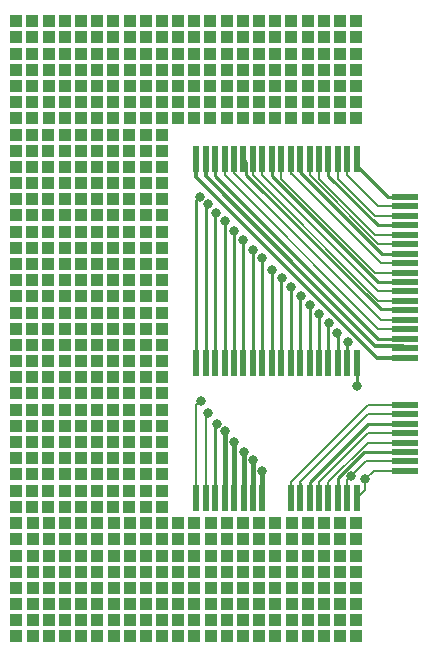
<source format=gtl>
%TF.GenerationSoftware,KiCad,Pcbnew,8.0.4*%
%TF.CreationDate,2025-01-31T00:42:38+01:00*%
%TF.ProjectId,uconsole-expansion-card-template,75636f6e-736f-46c6-952d-657870616e73,0.1*%
%TF.SameCoordinates,Original*%
%TF.FileFunction,Copper,L1,Top*%
%TF.FilePolarity,Positive*%
%FSLAX46Y46*%
G04 Gerber Fmt 4.6, Leading zero omitted, Abs format (unit mm)*
G04 Created by KiCad (PCBNEW 8.0.4) date 2025-01-31 00:42:38*
%MOMM*%
%LPD*%
G01*
G04 APERTURE LIST*
%TA.AperFunction,ComponentPad*%
%ADD10R,1.000000X1.000000*%
%TD*%
%TA.AperFunction,ConnectorPad*%
%ADD11R,0.600000X2.300000*%
%TD*%
%TA.AperFunction,ConnectorPad*%
%ADD12R,2.300000X0.600000*%
%TD*%
%TA.AperFunction,ViaPad*%
%ADD13C,0.800000*%
%TD*%
%TA.AperFunction,Conductor*%
%ADD14C,0.200000*%
%TD*%
%TA.AperFunction,Conductor*%
%ADD15C,0.420000*%
%TD*%
%TA.AperFunction,Conductor*%
%ADD16C,0.250000*%
%TD*%
%TA.AperFunction,Conductor*%
%ADD17C,0.300000*%
%TD*%
G04 APERTURE END LIST*
D10*
%TO.P,,1*%
%TO.N,N/C*%
X100070000Y-125790000D03*
%TD*%
%TO.P,,1*%
%TO.N,N/C*%
X102810000Y-125790000D03*
%TD*%
%TO.P,,1*%
%TO.N,N/C*%
X98700000Y-125790000D03*
%TD*%
%TO.P,,1*%
%TO.N,N/C*%
X108290000Y-125790000D03*
%TD*%
%TO.P,,1*%
%TO.N,N/C*%
X106920000Y-125790000D03*
%TD*%
%TO.P,,1*%
%TO.N,N/C*%
X105550000Y-125790000D03*
%TD*%
%TO.P,,1*%
%TO.N,N/C*%
X104180000Y-125790000D03*
%TD*%
%TO.P,,1*%
%TO.N,N/C*%
X101440000Y-125790000D03*
%TD*%
%TO.P,,1*%
%TO.N,N/C*%
X112400000Y-124420000D03*
%TD*%
%TO.P,,1*%
%TO.N,N/C*%
X97330000Y-125790000D03*
%TD*%
%TO.P,,1*%
%TO.N,N/C*%
X95960000Y-125790000D03*
%TD*%
%TO.P,,1*%
%TO.N,N/C*%
X90480000Y-125790000D03*
%TD*%
%TO.P,,1*%
%TO.N,N/C*%
X86370000Y-125790000D03*
%TD*%
%TO.P,,1*%
%TO.N,N/C*%
X106920000Y-124420000D03*
%TD*%
%TO.P,,1*%
%TO.N,N/C*%
X111030000Y-124420000D03*
%TD*%
%TO.P,,1*%
%TO.N,N/C*%
X89110000Y-125790000D03*
%TD*%
%TO.P,,1*%
%TO.N,N/C*%
X87740000Y-125790000D03*
%TD*%
%TO.P,,1*%
%TO.N,N/C*%
X109660000Y-124420000D03*
%TD*%
%TO.P,,1*%
%TO.N,N/C*%
X105550000Y-124420000D03*
%TD*%
%TO.P,,1*%
%TO.N,N/C*%
X94590000Y-125790000D03*
%TD*%
%TO.P,,1*%
%TO.N,N/C*%
X104180000Y-124420000D03*
%TD*%
%TO.P,,1*%
%TO.N,N/C*%
X91850000Y-125790000D03*
%TD*%
%TO.P,,1*%
%TO.N,N/C*%
X108290000Y-124420000D03*
%TD*%
%TO.P,,1*%
%TO.N,N/C*%
X85000000Y-125790000D03*
%TD*%
%TO.P,,1*%
%TO.N,N/C*%
X83630000Y-125790000D03*
%TD*%
%TO.P,,1*%
%TO.N,N/C*%
X93220000Y-125790000D03*
%TD*%
%TO.P,,1*%
%TO.N,N/C*%
X101440000Y-124420000D03*
%TD*%
%TO.P,,1*%
%TO.N,N/C*%
X95960000Y-124420000D03*
%TD*%
%TO.P,,1*%
%TO.N,N/C*%
X91850000Y-124420000D03*
%TD*%
%TO.P,,1*%
%TO.N,N/C*%
X85000000Y-124420000D03*
%TD*%
%TO.P,,1*%
%TO.N,N/C*%
X106920000Y-123050000D03*
%TD*%
%TO.P,,1*%
%TO.N,N/C*%
X104180000Y-123050000D03*
%TD*%
%TO.P,,1*%
%TO.N,N/C*%
X90480000Y-124420000D03*
%TD*%
%TO.P,,1*%
%TO.N,N/C*%
X102810000Y-124420000D03*
%TD*%
%TO.P,,1*%
%TO.N,N/C*%
X98700000Y-124420000D03*
%TD*%
%TO.P,,1*%
%TO.N,N/C*%
X94590000Y-124420000D03*
%TD*%
%TO.P,,1*%
%TO.N,N/C*%
X89110000Y-124420000D03*
%TD*%
%TO.P,,1*%
%TO.N,N/C*%
X86370000Y-124420000D03*
%TD*%
%TO.P,,1*%
%TO.N,N/C*%
X83630000Y-124420000D03*
%TD*%
%TO.P,,1*%
%TO.N,N/C*%
X112400000Y-123050000D03*
%TD*%
%TO.P,,1*%
%TO.N,N/C*%
X108290000Y-123050000D03*
%TD*%
%TO.P,,1*%
%TO.N,N/C*%
X111030000Y-123050000D03*
%TD*%
%TO.P,,1*%
%TO.N,N/C*%
X105550000Y-123050000D03*
%TD*%
%TO.P,,1*%
%TO.N,N/C*%
X100070000Y-124420000D03*
%TD*%
%TO.P,,1*%
%TO.N,N/C*%
X97330000Y-124420000D03*
%TD*%
%TO.P,,1*%
%TO.N,N/C*%
X93220000Y-124420000D03*
%TD*%
%TO.P,,1*%
%TO.N,N/C*%
X87740000Y-124420000D03*
%TD*%
%TO.P,,1*%
%TO.N,N/C*%
X109660000Y-123050000D03*
%TD*%
%TO.P,,1*%
%TO.N,N/C*%
X101440000Y-123050000D03*
%TD*%
%TO.P,,1*%
%TO.N,N/C*%
X98700000Y-123050000D03*
%TD*%
%TO.P,,1*%
%TO.N,N/C*%
X94590000Y-123050000D03*
%TD*%
%TO.P,,1*%
%TO.N,N/C*%
X93220000Y-123050000D03*
%TD*%
%TO.P,,1*%
%TO.N,N/C*%
X91850000Y-123050000D03*
%TD*%
%TO.P,,1*%
%TO.N,N/C*%
X85000000Y-123050000D03*
%TD*%
%TO.P,,1*%
%TO.N,N/C*%
X102810000Y-121680000D03*
%TD*%
%TO.P,,1*%
%TO.N,N/C*%
X101440000Y-121680000D03*
%TD*%
%TO.P,,1*%
%TO.N,N/C*%
X86370000Y-123050000D03*
%TD*%
%TO.P,,1*%
%TO.N,N/C*%
X112400000Y-121680000D03*
%TD*%
%TO.P,,1*%
%TO.N,N/C*%
X104180000Y-121680000D03*
%TD*%
%TO.P,,1*%
%TO.N,N/C*%
X87740000Y-123050000D03*
%TD*%
%TO.P,,1*%
%TO.N,N/C*%
X106920000Y-121680000D03*
%TD*%
%TO.P,,1*%
%TO.N,N/C*%
X95960000Y-123050000D03*
%TD*%
%TO.P,,1*%
%TO.N,N/C*%
X89110000Y-123050000D03*
%TD*%
%TO.P,,1*%
%TO.N,N/C*%
X111030000Y-121680000D03*
%TD*%
%TO.P,,1*%
%TO.N,N/C*%
X109660000Y-121680000D03*
%TD*%
%TO.P,,1*%
%TO.N,N/C*%
X102810000Y-123050000D03*
%TD*%
%TO.P,,1*%
%TO.N,N/C*%
X100070000Y-123050000D03*
%TD*%
%TO.P,,1*%
%TO.N,N/C*%
X97330000Y-123050000D03*
%TD*%
%TO.P,,1*%
%TO.N,N/C*%
X108290000Y-121680000D03*
%TD*%
%TO.P,,1*%
%TO.N,N/C*%
X83630000Y-123050000D03*
%TD*%
%TO.P,,1*%
%TO.N,N/C*%
X90480000Y-123050000D03*
%TD*%
%TO.P,,1*%
%TO.N,N/C*%
X105550000Y-121680000D03*
%TD*%
%TO.P,,1*%
%TO.N,N/C*%
X109660000Y-125790000D03*
%TD*%
%TO.P,,1*%
%TO.N,N/C*%
X112400000Y-125790000D03*
%TD*%
%TO.P,,1*%
%TO.N,N/C*%
X111030000Y-125790000D03*
%TD*%
%TO.P,,1*%
%TO.N,N/C*%
X98700000Y-121680000D03*
%TD*%
%TO.P,,1*%
%TO.N,N/C*%
X91850000Y-121680000D03*
%TD*%
%TO.P,,1*%
%TO.N,N/C*%
X95960000Y-121680000D03*
%TD*%
%TO.P,,1*%
%TO.N,N/C*%
X94590000Y-121680000D03*
%TD*%
%TO.P,,1*%
%TO.N,N/C*%
X90480000Y-121680000D03*
%TD*%
%TO.P,,1*%
%TO.N,N/C*%
X100070000Y-121680000D03*
%TD*%
%TO.P,,1*%
%TO.N,N/C*%
X97330000Y-121680000D03*
%TD*%
%TO.P,,1*%
%TO.N,N/C*%
X93220000Y-121680000D03*
%TD*%
%TO.P,,1*%
%TO.N,N/C*%
X89110000Y-121680000D03*
%TD*%
%TO.P,,1*%
%TO.N,N/C*%
X87740000Y-121680000D03*
%TD*%
%TO.P,,1*%
%TO.N,N/C*%
X86370000Y-121680000D03*
%TD*%
%TO.P,,1*%
%TO.N,N/C*%
X112400000Y-120310000D03*
%TD*%
%TO.P,,1*%
%TO.N,N/C*%
X111030000Y-120310000D03*
%TD*%
%TO.P,,1*%
%TO.N,N/C*%
X108290000Y-120310000D03*
%TD*%
%TO.P,,1*%
%TO.N,N/C*%
X105550000Y-120310000D03*
%TD*%
%TO.P,,1*%
%TO.N,N/C*%
X90480000Y-120310000D03*
%TD*%
%TO.P,,1*%
%TO.N,N/C*%
X101440000Y-120310000D03*
%TD*%
%TO.P,,1*%
%TO.N,N/C*%
X104180000Y-120310000D03*
%TD*%
%TO.P,,1*%
%TO.N,N/C*%
X97330000Y-120310000D03*
%TD*%
%TO.P,,1*%
%TO.N,N/C*%
X89110000Y-120310000D03*
%TD*%
%TO.P,,1*%
%TO.N,N/C*%
X94590000Y-120310000D03*
%TD*%
%TO.P,,1*%
%TO.N,N/C*%
X109660000Y-120310000D03*
%TD*%
%TO.P,,1*%
%TO.N,N/C*%
X95960000Y-120310000D03*
%TD*%
%TO.P,,1*%
%TO.N,N/C*%
X86370000Y-120310000D03*
%TD*%
%TO.P,,1*%
%TO.N,N/C*%
X91850000Y-120310000D03*
%TD*%
%TO.P,,1*%
%TO.N,N/C*%
X85000000Y-121680000D03*
%TD*%
%TO.P,,1*%
%TO.N,N/C*%
X106920000Y-120310000D03*
%TD*%
%TO.P,,1*%
%TO.N,N/C*%
X100070000Y-120310000D03*
%TD*%
%TO.P,,1*%
%TO.N,N/C*%
X83630000Y-121680000D03*
%TD*%
%TO.P,,1*%
%TO.N,N/C*%
X102810000Y-120310000D03*
%TD*%
%TO.P,,1*%
%TO.N,N/C*%
X93220000Y-120310000D03*
%TD*%
%TO.P,,1*%
%TO.N,N/C*%
X87740000Y-120310000D03*
%TD*%
%TO.P,,1*%
%TO.N,N/C*%
X98700000Y-120310000D03*
%TD*%
%TO.P,,1*%
%TO.N,N/C*%
X108290000Y-118940000D03*
%TD*%
%TO.P,,1*%
%TO.N,N/C*%
X105550000Y-118940000D03*
%TD*%
%TO.P,,1*%
%TO.N,N/C*%
X98700000Y-118940000D03*
%TD*%
%TO.P,,1*%
%TO.N,N/C*%
X83630000Y-120310000D03*
%TD*%
%TO.P,,1*%
%TO.N,N/C*%
X90480000Y-118940000D03*
%TD*%
%TO.P,,1*%
%TO.N,N/C*%
X112400000Y-118940000D03*
%TD*%
%TO.P,,1*%
%TO.N,N/C*%
X111030000Y-118940000D03*
%TD*%
%TO.P,,1*%
%TO.N,N/C*%
X109660000Y-118940000D03*
%TD*%
%TO.P,,1*%
%TO.N,N/C*%
X104180000Y-118940000D03*
%TD*%
%TO.P,,1*%
%TO.N,N/C*%
X101440000Y-118940000D03*
%TD*%
%TO.P,,1*%
%TO.N,N/C*%
X94590000Y-118940000D03*
%TD*%
%TO.P,,1*%
%TO.N,N/C*%
X93220000Y-118940000D03*
%TD*%
%TO.P,,1*%
%TO.N,N/C*%
X87740000Y-118940000D03*
%TD*%
%TO.P,,1*%
%TO.N,N/C*%
X89110000Y-118940000D03*
%TD*%
%TO.P,,1*%
%TO.N,N/C*%
X106920000Y-118940000D03*
%TD*%
%TO.P,,1*%
%TO.N,N/C*%
X97330000Y-118940000D03*
%TD*%
%TO.P,,1*%
%TO.N,N/C*%
X85000000Y-120310000D03*
%TD*%
%TO.P,,1*%
%TO.N,N/C*%
X100070000Y-118940000D03*
%TD*%
%TO.P,,1*%
%TO.N,N/C*%
X91850000Y-118940000D03*
%TD*%
%TO.P,,1*%
%TO.N,N/C*%
X102810000Y-118940000D03*
%TD*%
%TO.P,,1*%
%TO.N,N/C*%
X95960000Y-118940000D03*
%TD*%
%TO.P,,1*%
%TO.N,N/C*%
X85000000Y-118940000D03*
%TD*%
%TO.P,,1*%
%TO.N,N/C*%
X100070000Y-117570000D03*
%TD*%
%TO.P,,1*%
%TO.N,N/C*%
X83630000Y-118940000D03*
%TD*%
%TO.P,,1*%
%TO.N,N/C*%
X109660000Y-117570000D03*
%TD*%
%TO.P,,1*%
%TO.N,N/C*%
X105550000Y-117570000D03*
%TD*%
%TO.P,,1*%
%TO.N,N/C*%
X101440000Y-117570000D03*
%TD*%
%TO.P,,1*%
%TO.N,N/C*%
X97330000Y-117570000D03*
%TD*%
%TO.P,,1*%
%TO.N,N/C*%
X112400000Y-117570000D03*
%TD*%
%TO.P,,1*%
%TO.N,N/C*%
X111030000Y-117570000D03*
%TD*%
%TO.P,,1*%
%TO.N,N/C*%
X108290000Y-117570000D03*
%TD*%
%TO.P,,1*%
%TO.N,N/C*%
X106920000Y-117570000D03*
%TD*%
%TO.P,,1*%
%TO.N,N/C*%
X104180000Y-117570000D03*
%TD*%
%TO.P,,1*%
%TO.N,N/C*%
X95960000Y-117570000D03*
%TD*%
%TO.P,,1*%
%TO.N,N/C*%
X102810000Y-117570000D03*
%TD*%
%TO.P,,1*%
%TO.N,N/C*%
X94590000Y-117570000D03*
%TD*%
%TO.P,,1*%
%TO.N,N/C*%
X98700000Y-117570000D03*
%TD*%
%TO.P,,1*%
%TO.N,N/C*%
X93220000Y-117570000D03*
%TD*%
%TO.P,,1*%
%TO.N,N/C*%
X86370000Y-118940000D03*
%TD*%
%TO.P,,1*%
%TO.N,N/C*%
X97330000Y-116200000D03*
%TD*%
%TO.P,,1*%
%TO.N,N/C*%
X91850000Y-116200000D03*
%TD*%
%TO.P,,1*%
%TO.N,N/C*%
X94590000Y-116200000D03*
%TD*%
%TO.P,,1*%
%TO.N,N/C*%
X86370000Y-116200000D03*
%TD*%
%TO.P,,1*%
%TO.N,N/C*%
X93220000Y-116200000D03*
%TD*%
%TO.P,,1*%
%TO.N,N/C*%
X89110000Y-116200000D03*
%TD*%
%TO.P,,1*%
%TO.N,N/C*%
X108290000Y-116200000D03*
%TD*%
%TO.P,,1*%
%TO.N,N/C*%
X106920000Y-116200000D03*
%TD*%
%TO.P,,1*%
%TO.N,N/C*%
X90480000Y-116200000D03*
%TD*%
%TO.P,,1*%
%TO.N,N/C*%
X100070000Y-116200000D03*
%TD*%
%TO.P,,1*%
%TO.N,N/C*%
X111030000Y-116200000D03*
%TD*%
%TO.P,,1*%
%TO.N,N/C*%
X105550000Y-116200000D03*
%TD*%
%TO.P,,1*%
%TO.N,N/C*%
X104180000Y-116200000D03*
%TD*%
%TO.P,,1*%
%TO.N,N/C*%
X101440000Y-116200000D03*
%TD*%
%TO.P,,1*%
%TO.N,N/C*%
X87740000Y-116200000D03*
%TD*%
%TO.P,,1*%
%TO.N,N/C*%
X109660000Y-116200000D03*
%TD*%
%TO.P,,1*%
%TO.N,N/C*%
X102810000Y-116200000D03*
%TD*%
%TO.P,,1*%
%TO.N,N/C*%
X98700000Y-116200000D03*
%TD*%
%TO.P,,1*%
%TO.N,N/C*%
X95960000Y-116200000D03*
%TD*%
%TO.P,,1*%
%TO.N,N/C*%
X85000000Y-116200000D03*
%TD*%
%TO.P,,1*%
%TO.N,N/C*%
X91850000Y-117570000D03*
%TD*%
%TO.P,,1*%
%TO.N,N/C*%
X90480000Y-117570000D03*
%TD*%
%TO.P,,1*%
%TO.N,N/C*%
X89110000Y-117570000D03*
%TD*%
%TO.P,,1*%
%TO.N,N/C*%
X87740000Y-117570000D03*
%TD*%
%TO.P,,1*%
%TO.N,N/C*%
X86370000Y-117570000D03*
%TD*%
%TO.P,,1*%
%TO.N,N/C*%
X83630000Y-117570000D03*
%TD*%
%TO.P,,1*%
%TO.N,N/C*%
X85000000Y-117570000D03*
%TD*%
%TO.P,,1*%
%TO.N,N/C*%
X112400000Y-116200000D03*
%TD*%
%TO.P,,1*%
%TO.N,N/C*%
X95930000Y-114810000D03*
%TD*%
%TO.P,,1*%
%TO.N,N/C*%
X94560000Y-114810000D03*
%TD*%
%TO.P,,1*%
%TO.N,N/C*%
X93190000Y-114810000D03*
%TD*%
%TO.P,,1*%
%TO.N,N/C*%
X91820000Y-114810000D03*
%TD*%
%TO.P,,1*%
%TO.N,N/C*%
X90450000Y-114810000D03*
%TD*%
%TO.P,,1*%
%TO.N,N/C*%
X89080000Y-114810000D03*
%TD*%
%TO.P,,1*%
%TO.N,N/C*%
X87710000Y-114810000D03*
%TD*%
%TO.P,,1*%
%TO.N,N/C*%
X86340000Y-114810000D03*
%TD*%
%TO.P,,1*%
%TO.N,N/C*%
X84970000Y-114810000D03*
%TD*%
%TO.P,,1*%
%TO.N,N/C*%
X83600000Y-114810000D03*
%TD*%
%TO.P,,1*%
%TO.N,N/C*%
X95930000Y-113440000D03*
%TD*%
%TO.P,,1*%
%TO.N,N/C*%
X94560000Y-113440000D03*
%TD*%
%TO.P,,1*%
%TO.N,N/C*%
X93190000Y-113440000D03*
%TD*%
%TO.P,,1*%
%TO.N,N/C*%
X91820000Y-113440000D03*
%TD*%
%TO.P,,1*%
%TO.N,N/C*%
X90450000Y-113440000D03*
%TD*%
%TO.P,,1*%
%TO.N,N/C*%
X89080000Y-113440000D03*
%TD*%
%TO.P,,1*%
%TO.N,N/C*%
X87710000Y-113440000D03*
%TD*%
%TO.P,,1*%
%TO.N,N/C*%
X86340000Y-113440000D03*
%TD*%
%TO.P,,1*%
%TO.N,N/C*%
X84970000Y-113440000D03*
%TD*%
%TO.P,,1*%
%TO.N,N/C*%
X83600000Y-113440000D03*
%TD*%
%TO.P,,1*%
%TO.N,N/C*%
X95930000Y-112070000D03*
%TD*%
%TO.P,,1*%
%TO.N,N/C*%
X94560000Y-112070000D03*
%TD*%
%TO.P,,1*%
%TO.N,N/C*%
X93190000Y-112070000D03*
%TD*%
%TO.P,,1*%
%TO.N,N/C*%
X91820000Y-112070000D03*
%TD*%
%TO.P,,1*%
%TO.N,N/C*%
X90450000Y-112070000D03*
%TD*%
%TO.P,,1*%
%TO.N,N/C*%
X89080000Y-112070000D03*
%TD*%
%TO.P,,1*%
%TO.N,N/C*%
X87710000Y-112070000D03*
%TD*%
%TO.P,,1*%
%TO.N,N/C*%
X86340000Y-112070000D03*
%TD*%
%TO.P,,1*%
%TO.N,N/C*%
X84970000Y-112070000D03*
%TD*%
%TO.P,,1*%
%TO.N,N/C*%
X83600000Y-112070000D03*
%TD*%
%TO.P,,1*%
%TO.N,N/C*%
X95930000Y-110700000D03*
%TD*%
%TO.P,,1*%
%TO.N,N/C*%
X94560000Y-110700000D03*
%TD*%
%TO.P,,1*%
%TO.N,N/C*%
X93190000Y-110700000D03*
%TD*%
%TO.P,,1*%
%TO.N,N/C*%
X91820000Y-110700000D03*
%TD*%
%TO.P,,1*%
%TO.N,N/C*%
X90450000Y-110700000D03*
%TD*%
%TO.P,,1*%
%TO.N,N/C*%
X89080000Y-110700000D03*
%TD*%
%TO.P,,1*%
%TO.N,N/C*%
X87710000Y-110700000D03*
%TD*%
%TO.P,,1*%
%TO.N,N/C*%
X86340000Y-110700000D03*
%TD*%
%TO.P,,1*%
%TO.N,N/C*%
X84970000Y-110700000D03*
%TD*%
%TO.P,,1*%
%TO.N,N/C*%
X83600000Y-110700000D03*
%TD*%
%TO.P,,1*%
%TO.N,N/C*%
X95930000Y-109330000D03*
%TD*%
%TO.P,,1*%
%TO.N,N/C*%
X94560000Y-109330000D03*
%TD*%
%TO.P,,1*%
%TO.N,N/C*%
X93190000Y-109330000D03*
%TD*%
%TO.P,,1*%
%TO.N,N/C*%
X91820000Y-109330000D03*
%TD*%
%TO.P,,1*%
%TO.N,N/C*%
X90450000Y-109330000D03*
%TD*%
%TO.P,,1*%
%TO.N,N/C*%
X89080000Y-109330000D03*
%TD*%
%TO.P,,1*%
%TO.N,N/C*%
X87710000Y-109330000D03*
%TD*%
%TO.P,,1*%
%TO.N,N/C*%
X86340000Y-109330000D03*
%TD*%
%TO.P,,1*%
%TO.N,N/C*%
X84970000Y-109330000D03*
%TD*%
%TO.P,,1*%
%TO.N,N/C*%
X83600000Y-109330000D03*
%TD*%
%TO.P,,1*%
%TO.N,N/C*%
X95930000Y-107960000D03*
%TD*%
%TO.P,,1*%
%TO.N,N/C*%
X94560000Y-107960000D03*
%TD*%
%TO.P,,1*%
%TO.N,N/C*%
X93190000Y-107960000D03*
%TD*%
%TO.P,,1*%
%TO.N,N/C*%
X91820000Y-107960000D03*
%TD*%
%TO.P,,1*%
%TO.N,N/C*%
X90450000Y-107960000D03*
%TD*%
%TO.P,,1*%
%TO.N,N/C*%
X89080000Y-107960000D03*
%TD*%
%TO.P,,1*%
%TO.N,N/C*%
X87710000Y-107960000D03*
%TD*%
%TO.P,,1*%
%TO.N,N/C*%
X86340000Y-107960000D03*
%TD*%
%TO.P,,1*%
%TO.N,N/C*%
X84970000Y-107960000D03*
%TD*%
%TO.P,,1*%
%TO.N,N/C*%
X83600000Y-107960000D03*
%TD*%
%TO.P,,1*%
%TO.N,N/C*%
X95930000Y-106590000D03*
%TD*%
%TO.P,,1*%
%TO.N,N/C*%
X94560000Y-106590000D03*
%TD*%
%TO.P,,1*%
%TO.N,N/C*%
X93190000Y-106590000D03*
%TD*%
%TO.P,,1*%
%TO.N,N/C*%
X91820000Y-106590000D03*
%TD*%
%TO.P,,1*%
%TO.N,N/C*%
X90450000Y-106590000D03*
%TD*%
%TO.P,,1*%
%TO.N,N/C*%
X89080000Y-106590000D03*
%TD*%
%TO.P,,1*%
%TO.N,N/C*%
X87710000Y-106590000D03*
%TD*%
%TO.P,,1*%
%TO.N,N/C*%
X86340000Y-106590000D03*
%TD*%
%TO.P,,1*%
%TO.N,N/C*%
X84970000Y-106590000D03*
%TD*%
%TO.P,,1*%
%TO.N,N/C*%
X83600000Y-106590000D03*
%TD*%
%TO.P,,1*%
%TO.N,N/C*%
X95930000Y-105220000D03*
%TD*%
%TO.P,,1*%
%TO.N,N/C*%
X94560000Y-105220000D03*
%TD*%
%TO.P,,1*%
%TO.N,N/C*%
X93190000Y-105220000D03*
%TD*%
%TO.P,,1*%
%TO.N,N/C*%
X91820000Y-105220000D03*
%TD*%
%TO.P,,1*%
%TO.N,N/C*%
X90450000Y-105220000D03*
%TD*%
%TO.P,,1*%
%TO.N,N/C*%
X89080000Y-105220000D03*
%TD*%
%TO.P,,1*%
%TO.N,N/C*%
X87710000Y-105220000D03*
%TD*%
%TO.P,,1*%
%TO.N,N/C*%
X86340000Y-105220000D03*
%TD*%
%TO.P,,1*%
%TO.N,N/C*%
X84970000Y-105220000D03*
%TD*%
%TO.P,,1*%
%TO.N,N/C*%
X83600000Y-105220000D03*
%TD*%
%TO.P,,1*%
%TO.N,N/C*%
X95930000Y-103850000D03*
%TD*%
%TO.P,,1*%
%TO.N,N/C*%
X94560000Y-103850000D03*
%TD*%
%TO.P,,1*%
%TO.N,N/C*%
X93190000Y-103850000D03*
%TD*%
%TO.P,,1*%
%TO.N,N/C*%
X91820000Y-103850000D03*
%TD*%
%TO.P,,1*%
%TO.N,N/C*%
X90450000Y-103850000D03*
%TD*%
%TO.P,,1*%
%TO.N,N/C*%
X89080000Y-103850000D03*
%TD*%
%TO.P,,1*%
%TO.N,N/C*%
X87710000Y-103850000D03*
%TD*%
%TO.P,,1*%
%TO.N,N/C*%
X86340000Y-103850000D03*
%TD*%
%TO.P,,1*%
%TO.N,N/C*%
X84970000Y-103850000D03*
%TD*%
%TO.P,,1*%
%TO.N,N/C*%
X83600000Y-103850000D03*
%TD*%
%TO.P,,1*%
%TO.N,N/C*%
X95930000Y-102480000D03*
%TD*%
%TO.P,,1*%
%TO.N,N/C*%
X94560000Y-102480000D03*
%TD*%
%TO.P,,1*%
%TO.N,N/C*%
X93190000Y-102480000D03*
%TD*%
%TO.P,,1*%
%TO.N,N/C*%
X91820000Y-102480000D03*
%TD*%
%TO.P,,1*%
%TO.N,N/C*%
X90450000Y-102480000D03*
%TD*%
%TO.P,,1*%
%TO.N,N/C*%
X89080000Y-102480000D03*
%TD*%
%TO.P,,1*%
%TO.N,N/C*%
X87710000Y-102480000D03*
%TD*%
%TO.P,,1*%
%TO.N,N/C*%
X86340000Y-102480000D03*
%TD*%
%TO.P,,1*%
%TO.N,N/C*%
X84970000Y-102480000D03*
%TD*%
%TO.P,,1*%
%TO.N,N/C*%
X83600000Y-102480000D03*
%TD*%
%TO.P,,1*%
%TO.N,N/C*%
X95930000Y-101110000D03*
%TD*%
%TO.P,,1*%
%TO.N,N/C*%
X94560000Y-101110000D03*
%TD*%
%TO.P,,1*%
%TO.N,N/C*%
X93190000Y-101110000D03*
%TD*%
%TO.P,,1*%
%TO.N,N/C*%
X91820000Y-101110000D03*
%TD*%
%TO.P,,1*%
%TO.N,N/C*%
X90450000Y-101110000D03*
%TD*%
%TO.P,,1*%
%TO.N,N/C*%
X89080000Y-101110000D03*
%TD*%
%TO.P,,1*%
%TO.N,N/C*%
X87710000Y-101110000D03*
%TD*%
%TO.P,,1*%
%TO.N,N/C*%
X86340000Y-101110000D03*
%TD*%
%TO.P,,1*%
%TO.N,N/C*%
X84970000Y-101110000D03*
%TD*%
%TO.P,,1*%
%TO.N,N/C*%
X83600000Y-101110000D03*
%TD*%
%TO.P,,1*%
%TO.N,N/C*%
X95930000Y-99740000D03*
%TD*%
%TO.P,,1*%
%TO.N,N/C*%
X94560000Y-99740000D03*
%TD*%
%TO.P,,1*%
%TO.N,N/C*%
X93190000Y-99740000D03*
%TD*%
%TO.P,,1*%
%TO.N,N/C*%
X91820000Y-99740000D03*
%TD*%
%TO.P,,1*%
%TO.N,N/C*%
X90450000Y-99740000D03*
%TD*%
%TO.P,,1*%
%TO.N,N/C*%
X89080000Y-99740000D03*
%TD*%
%TO.P,,1*%
%TO.N,N/C*%
X87710000Y-99740000D03*
%TD*%
%TO.P,,1*%
%TO.N,N/C*%
X86340000Y-99740000D03*
%TD*%
%TO.P,,1*%
%TO.N,N/C*%
X84970000Y-99740000D03*
%TD*%
%TO.P,,1*%
%TO.N,N/C*%
X83600000Y-99740000D03*
%TD*%
%TO.P,,1*%
%TO.N,N/C*%
X95930000Y-98370000D03*
%TD*%
%TO.P,,1*%
%TO.N,N/C*%
X94560000Y-98370000D03*
%TD*%
%TO.P,,1*%
%TO.N,N/C*%
X93190000Y-98370000D03*
%TD*%
%TO.P,,1*%
%TO.N,N/C*%
X91820000Y-98370000D03*
%TD*%
%TO.P,,1*%
%TO.N,N/C*%
X90450000Y-98370000D03*
%TD*%
%TO.P,,1*%
%TO.N,N/C*%
X89080000Y-98370000D03*
%TD*%
%TO.P,,1*%
%TO.N,N/C*%
X87710000Y-98370000D03*
%TD*%
%TO.P,,1*%
%TO.N,N/C*%
X86340000Y-98370000D03*
%TD*%
%TO.P,,1*%
%TO.N,N/C*%
X84970000Y-98370000D03*
%TD*%
%TO.P,,1*%
%TO.N,N/C*%
X83600000Y-98370000D03*
%TD*%
%TO.P,,1*%
%TO.N,N/C*%
X95930000Y-97000000D03*
%TD*%
%TO.P,,1*%
%TO.N,N/C*%
X94560000Y-97000000D03*
%TD*%
%TO.P,,1*%
%TO.N,N/C*%
X93190000Y-97000000D03*
%TD*%
%TO.P,,1*%
%TO.N,N/C*%
X91820000Y-97000000D03*
%TD*%
%TO.P,,1*%
%TO.N,N/C*%
X90450000Y-97000000D03*
%TD*%
%TO.P,,1*%
%TO.N,N/C*%
X89080000Y-97000000D03*
%TD*%
%TO.P,,1*%
%TO.N,N/C*%
X87710000Y-97000000D03*
%TD*%
%TO.P,,1*%
%TO.N,N/C*%
X86340000Y-97000000D03*
%TD*%
%TO.P,,1*%
%TO.N,N/C*%
X84970000Y-97000000D03*
%TD*%
%TO.P,,1*%
%TO.N,N/C*%
X83600000Y-97000000D03*
%TD*%
%TO.P,,1*%
%TO.N,N/C*%
X95930000Y-95630000D03*
%TD*%
%TO.P,,1*%
%TO.N,N/C*%
X94560000Y-95630000D03*
%TD*%
%TO.P,,1*%
%TO.N,N/C*%
X93190000Y-95630000D03*
%TD*%
%TO.P,,1*%
%TO.N,N/C*%
X91820000Y-95630000D03*
%TD*%
%TO.P,,1*%
%TO.N,N/C*%
X90450000Y-95630000D03*
%TD*%
%TO.P,,1*%
%TO.N,N/C*%
X89080000Y-95630000D03*
%TD*%
%TO.P,,1*%
%TO.N,N/C*%
X87710000Y-95630000D03*
%TD*%
%TO.P,,1*%
%TO.N,N/C*%
X86340000Y-95630000D03*
%TD*%
%TO.P,,1*%
%TO.N,N/C*%
X84970000Y-95630000D03*
%TD*%
%TO.P,,1*%
%TO.N,N/C*%
X83600000Y-95630000D03*
%TD*%
%TO.P,,1*%
%TO.N,N/C*%
X95930000Y-94260000D03*
%TD*%
%TO.P,,1*%
%TO.N,N/C*%
X94560000Y-94260000D03*
%TD*%
%TO.P,,1*%
%TO.N,N/C*%
X93190000Y-94260000D03*
%TD*%
%TO.P,,1*%
%TO.N,N/C*%
X91820000Y-94260000D03*
%TD*%
%TO.P,,1*%
%TO.N,N/C*%
X90450000Y-94260000D03*
%TD*%
%TO.P,,1*%
%TO.N,N/C*%
X89080000Y-94260000D03*
%TD*%
%TO.P,,1*%
%TO.N,N/C*%
X87710000Y-94260000D03*
%TD*%
%TO.P,,1*%
%TO.N,N/C*%
X86340000Y-94260000D03*
%TD*%
%TO.P,,1*%
%TO.N,N/C*%
X84970000Y-94260000D03*
%TD*%
%TO.P,,1*%
%TO.N,N/C*%
X83600000Y-94260000D03*
%TD*%
%TO.P,,1*%
%TO.N,N/C*%
X95930000Y-92890000D03*
%TD*%
%TO.P,,1*%
%TO.N,N/C*%
X94560000Y-92890000D03*
%TD*%
%TO.P,,1*%
%TO.N,N/C*%
X93190000Y-92890000D03*
%TD*%
%TO.P,,1*%
%TO.N,N/C*%
X91820000Y-92890000D03*
%TD*%
%TO.P,,1*%
%TO.N,N/C*%
X90450000Y-92890000D03*
%TD*%
%TO.P,,1*%
%TO.N,N/C*%
X89080000Y-92890000D03*
%TD*%
%TO.P,,1*%
%TO.N,N/C*%
X87710000Y-92890000D03*
%TD*%
%TO.P,,1*%
%TO.N,N/C*%
X86340000Y-92890000D03*
%TD*%
%TO.P,,1*%
%TO.N,N/C*%
X84970000Y-92890000D03*
%TD*%
%TO.P,,1*%
%TO.N,N/C*%
X83600000Y-92890000D03*
%TD*%
%TO.P,,1*%
%TO.N,N/C*%
X95930000Y-91520000D03*
%TD*%
%TO.P,,1*%
%TO.N,N/C*%
X94560000Y-91520000D03*
%TD*%
%TO.P,,1*%
%TO.N,N/C*%
X93190000Y-91520000D03*
%TD*%
%TO.P,,1*%
%TO.N,N/C*%
X91820000Y-91520000D03*
%TD*%
%TO.P,,1*%
%TO.N,N/C*%
X90450000Y-91520000D03*
%TD*%
%TO.P,,1*%
%TO.N,N/C*%
X89080000Y-91520000D03*
%TD*%
%TO.P,,1*%
%TO.N,N/C*%
X87710000Y-91520000D03*
%TD*%
%TO.P,,1*%
%TO.N,N/C*%
X86340000Y-91520000D03*
%TD*%
%TO.P,,1*%
%TO.N,N/C*%
X84970000Y-91520000D03*
%TD*%
%TO.P,,1*%
%TO.N,N/C*%
X83600000Y-91520000D03*
%TD*%
%TO.P,,1*%
%TO.N,N/C*%
X95930000Y-90150000D03*
%TD*%
%TO.P,,1*%
%TO.N,N/C*%
X94560000Y-90150000D03*
%TD*%
%TO.P,,1*%
%TO.N,N/C*%
X93190000Y-90150000D03*
%TD*%
%TO.P,,1*%
%TO.N,N/C*%
X91820000Y-90150000D03*
%TD*%
%TO.P,,1*%
%TO.N,N/C*%
X90450000Y-90150000D03*
%TD*%
%TO.P,,1*%
%TO.N,N/C*%
X89080000Y-90150000D03*
%TD*%
%TO.P,,1*%
%TO.N,N/C*%
X87710000Y-90150000D03*
%TD*%
%TO.P,,1*%
%TO.N,N/C*%
X86340000Y-90150000D03*
%TD*%
%TO.P,,1*%
%TO.N,N/C*%
X84970000Y-90150000D03*
%TD*%
%TO.P,,1*%
%TO.N,N/C*%
X83600000Y-90150000D03*
%TD*%
%TO.P,,1*%
%TO.N,N/C*%
X95930000Y-88780000D03*
%TD*%
%TO.P,,1*%
%TO.N,N/C*%
X94560000Y-88780000D03*
%TD*%
%TO.P,,1*%
%TO.N,N/C*%
X93190000Y-88780000D03*
%TD*%
%TO.P,,1*%
%TO.N,N/C*%
X91820000Y-88780000D03*
%TD*%
%TO.P,,1*%
%TO.N,N/C*%
X90450000Y-88780000D03*
%TD*%
%TO.P,,1*%
%TO.N,N/C*%
X89080000Y-88780000D03*
%TD*%
%TO.P,,1*%
%TO.N,N/C*%
X87710000Y-88780000D03*
%TD*%
%TO.P,,1*%
%TO.N,N/C*%
X86340000Y-88780000D03*
%TD*%
%TO.P,,1*%
%TO.N,N/C*%
X84970000Y-88780000D03*
%TD*%
%TO.P,,1*%
%TO.N,N/C*%
X83600000Y-88780000D03*
%TD*%
%TO.P,,1*%
%TO.N,N/C*%
X95930000Y-87410000D03*
%TD*%
%TO.P,,1*%
%TO.N,N/C*%
X94560000Y-87410000D03*
%TD*%
%TO.P,,1*%
%TO.N,N/C*%
X93190000Y-87410000D03*
%TD*%
%TO.P,,1*%
%TO.N,N/C*%
X91820000Y-87410000D03*
%TD*%
%TO.P,,1*%
%TO.N,N/C*%
X90450000Y-87410000D03*
%TD*%
%TO.P,,1*%
%TO.N,N/C*%
X89080000Y-87410000D03*
%TD*%
%TO.P,,1*%
%TO.N,N/C*%
X87710000Y-87410000D03*
%TD*%
%TO.P,,1*%
%TO.N,N/C*%
X86340000Y-87410000D03*
%TD*%
%TO.P,,1*%
%TO.N,N/C*%
X84970000Y-87410000D03*
%TD*%
%TO.P,,1*%
%TO.N,N/C*%
X83600000Y-87410000D03*
%TD*%
%TO.P,,1*%
%TO.N,N/C*%
X95930000Y-86040000D03*
%TD*%
%TO.P,,1*%
%TO.N,N/C*%
X94560000Y-86040000D03*
%TD*%
%TO.P,,1*%
%TO.N,N/C*%
X93190000Y-86040000D03*
%TD*%
%TO.P,,1*%
%TO.N,N/C*%
X91820000Y-86040000D03*
%TD*%
%TO.P,,1*%
%TO.N,N/C*%
X90450000Y-86040000D03*
%TD*%
%TO.P,,1*%
%TO.N,N/C*%
X89080000Y-86040000D03*
%TD*%
%TO.P,,1*%
%TO.N,N/C*%
X87710000Y-86040000D03*
%TD*%
%TO.P,,1*%
%TO.N,N/C*%
X86340000Y-86040000D03*
%TD*%
%TO.P,,1*%
%TO.N,N/C*%
X84970000Y-86040000D03*
%TD*%
%TO.P,,1*%
%TO.N,N/C*%
X83600000Y-86040000D03*
%TD*%
%TO.P,,1*%
%TO.N,N/C*%
X95930000Y-84670000D03*
%TD*%
%TO.P,,1*%
%TO.N,N/C*%
X94560000Y-84670000D03*
%TD*%
%TO.P,,1*%
%TO.N,N/C*%
X93190000Y-84670000D03*
%TD*%
%TO.P,,1*%
%TO.N,N/C*%
X91820000Y-84670000D03*
%TD*%
%TO.P,,1*%
%TO.N,N/C*%
X90450000Y-84670000D03*
%TD*%
%TO.P,,1*%
%TO.N,N/C*%
X89080000Y-84670000D03*
%TD*%
%TO.P,,1*%
%TO.N,N/C*%
X87710000Y-84670000D03*
%TD*%
%TO.P,,1*%
%TO.N,N/C*%
X86340000Y-84670000D03*
%TD*%
%TO.P,,1*%
%TO.N,N/C*%
X84970000Y-84670000D03*
%TD*%
%TO.P,,1*%
%TO.N,N/C*%
X83600000Y-84670000D03*
%TD*%
%TO.P,,1*%
%TO.N,N/C*%
X95930000Y-83300000D03*
%TD*%
%TO.P,,1*%
%TO.N,N/C*%
X94560000Y-83300000D03*
%TD*%
%TO.P,,1*%
%TO.N,N/C*%
X93190000Y-83300000D03*
%TD*%
%TO.P,,1*%
%TO.N,N/C*%
X91820000Y-83300000D03*
%TD*%
%TO.P,,1*%
%TO.N,N/C*%
X90450000Y-83300000D03*
%TD*%
%TO.P,,1*%
%TO.N,N/C*%
X89080000Y-83300000D03*
%TD*%
%TO.P,,1*%
%TO.N,N/C*%
X87710000Y-83300000D03*
%TD*%
%TO.P,,1*%
%TO.N,N/C*%
X86340000Y-83300000D03*
%TD*%
%TO.P,,1*%
%TO.N,N/C*%
X84970000Y-83300000D03*
%TD*%
%TO.P,,1*%
%TO.N,N/C*%
X83600000Y-83300000D03*
%TD*%
%TO.P,,1*%
%TO.N,N/C*%
X112387000Y-81931000D03*
%TD*%
%TO.P,,1*%
%TO.N,N/C*%
X111017000Y-81931000D03*
%TD*%
%TO.P,,1*%
%TO.N,N/C*%
X109647000Y-81931000D03*
%TD*%
%TO.P,,1*%
%TO.N,N/C*%
X108277000Y-81931000D03*
%TD*%
%TO.P,,1*%
%TO.N,N/C*%
X106907000Y-81931000D03*
%TD*%
%TO.P,,1*%
%TO.N,N/C*%
X105537000Y-81931000D03*
%TD*%
%TO.P,,1*%
%TO.N,N/C*%
X104167000Y-81931000D03*
%TD*%
%TO.P,,1*%
%TO.N,N/C*%
X102797000Y-81931000D03*
%TD*%
%TO.P,,1*%
%TO.N,N/C*%
X101427000Y-81931000D03*
%TD*%
%TO.P,,1*%
%TO.N,N/C*%
X100057000Y-81931000D03*
%TD*%
%TO.P,,1*%
%TO.N,N/C*%
X98687000Y-81931000D03*
%TD*%
%TO.P,,1*%
%TO.N,N/C*%
X97317000Y-81931000D03*
%TD*%
%TO.P,,1*%
%TO.N,N/C*%
X95947000Y-81931000D03*
%TD*%
%TO.P,,1*%
%TO.N,N/C*%
X94577000Y-81931000D03*
%TD*%
%TO.P,,1*%
%TO.N,N/C*%
X93207000Y-81931000D03*
%TD*%
%TO.P,,1*%
%TO.N,N/C*%
X91837000Y-81931000D03*
%TD*%
%TO.P,,1*%
%TO.N,N/C*%
X90467000Y-81931000D03*
%TD*%
%TO.P,,1*%
%TO.N,N/C*%
X89097000Y-81931000D03*
%TD*%
%TO.P,,1*%
%TO.N,N/C*%
X87727000Y-81931000D03*
%TD*%
%TO.P,,1*%
%TO.N,N/C*%
X86357000Y-81931000D03*
%TD*%
%TO.P,,1*%
%TO.N,N/C*%
X84987000Y-81931000D03*
%TD*%
%TO.P,,1*%
%TO.N,N/C*%
X83617000Y-81931000D03*
%TD*%
%TO.P,,1*%
%TO.N,N/C*%
X112387000Y-80561000D03*
%TD*%
%TO.P,,1*%
%TO.N,N/C*%
X111017000Y-80561000D03*
%TD*%
%TO.P,,1*%
%TO.N,N/C*%
X109647000Y-80561000D03*
%TD*%
%TO.P,,1*%
%TO.N,N/C*%
X108277000Y-80561000D03*
%TD*%
%TO.P,,1*%
%TO.N,N/C*%
X106907000Y-80561000D03*
%TD*%
%TO.P,,1*%
%TO.N,N/C*%
X105537000Y-80561000D03*
%TD*%
%TO.P,,1*%
%TO.N,N/C*%
X104167000Y-80561000D03*
%TD*%
%TO.P,,1*%
%TO.N,N/C*%
X102797000Y-80561000D03*
%TD*%
%TO.P,,1*%
%TO.N,N/C*%
X101427000Y-80561000D03*
%TD*%
%TO.P,,1*%
%TO.N,N/C*%
X100057000Y-80561000D03*
%TD*%
%TO.P,,1*%
%TO.N,N/C*%
X98687000Y-80561000D03*
%TD*%
%TO.P,,1*%
%TO.N,N/C*%
X97317000Y-80561000D03*
%TD*%
%TO.P,,1*%
%TO.N,N/C*%
X95947000Y-80561000D03*
%TD*%
%TO.P,,1*%
%TO.N,N/C*%
X94577000Y-80561000D03*
%TD*%
%TO.P,,1*%
%TO.N,N/C*%
X93207000Y-80561000D03*
%TD*%
%TO.P,,1*%
%TO.N,N/C*%
X91837000Y-80561000D03*
%TD*%
%TO.P,,1*%
%TO.N,N/C*%
X90467000Y-80561000D03*
%TD*%
%TO.P,,1*%
%TO.N,N/C*%
X89097000Y-80561000D03*
%TD*%
%TO.P,,1*%
%TO.N,N/C*%
X87727000Y-80561000D03*
%TD*%
%TO.P,,1*%
%TO.N,N/C*%
X86357000Y-80561000D03*
%TD*%
%TO.P,,1*%
%TO.N,N/C*%
X84987000Y-80561000D03*
%TD*%
%TO.P,,1*%
%TO.N,N/C*%
X83617000Y-80561000D03*
%TD*%
%TO.P,,1*%
%TO.N,N/C*%
X112387000Y-79191000D03*
%TD*%
%TO.P,,1*%
%TO.N,N/C*%
X111017000Y-79191000D03*
%TD*%
%TO.P,,1*%
%TO.N,N/C*%
X109647000Y-79191000D03*
%TD*%
%TO.P,,1*%
%TO.N,N/C*%
X108277000Y-79191000D03*
%TD*%
%TO.P,,1*%
%TO.N,N/C*%
X106907000Y-79191000D03*
%TD*%
%TO.P,,1*%
%TO.N,N/C*%
X105537000Y-79191000D03*
%TD*%
%TO.P,,1*%
%TO.N,N/C*%
X104167000Y-79191000D03*
%TD*%
%TO.P,,1*%
%TO.N,N/C*%
X102797000Y-79191000D03*
%TD*%
%TO.P,,1*%
%TO.N,N/C*%
X101427000Y-79191000D03*
%TD*%
%TO.P,,1*%
%TO.N,N/C*%
X100057000Y-79191000D03*
%TD*%
%TO.P,,1*%
%TO.N,N/C*%
X98687000Y-79191000D03*
%TD*%
%TO.P,,1*%
%TO.N,N/C*%
X97317000Y-79191000D03*
%TD*%
%TO.P,,1*%
%TO.N,N/C*%
X95947000Y-79191000D03*
%TD*%
%TO.P,,1*%
%TO.N,N/C*%
X94577000Y-79191000D03*
%TD*%
%TO.P,,1*%
%TO.N,N/C*%
X93207000Y-79191000D03*
%TD*%
%TO.P,,1*%
%TO.N,N/C*%
X91837000Y-79191000D03*
%TD*%
%TO.P,,1*%
%TO.N,N/C*%
X90467000Y-79191000D03*
%TD*%
%TO.P,,1*%
%TO.N,N/C*%
X89097000Y-79191000D03*
%TD*%
%TO.P,,1*%
%TO.N,N/C*%
X87727000Y-79191000D03*
%TD*%
%TO.P,,1*%
%TO.N,N/C*%
X86357000Y-79191000D03*
%TD*%
%TO.P,,1*%
%TO.N,N/C*%
X84987000Y-79191000D03*
%TD*%
%TO.P,,1*%
%TO.N,N/C*%
X83617000Y-79191000D03*
%TD*%
%TO.P,,1*%
%TO.N,N/C*%
X112387000Y-77821000D03*
%TD*%
%TO.P,,1*%
%TO.N,N/C*%
X111017000Y-77821000D03*
%TD*%
%TO.P,,1*%
%TO.N,N/C*%
X109647000Y-77821000D03*
%TD*%
%TO.P,,1*%
%TO.N,N/C*%
X108277000Y-77821000D03*
%TD*%
%TO.P,,1*%
%TO.N,N/C*%
X106907000Y-77821000D03*
%TD*%
%TO.P,,1*%
%TO.N,N/C*%
X105537000Y-77821000D03*
%TD*%
%TO.P,,1*%
%TO.N,N/C*%
X104167000Y-77821000D03*
%TD*%
%TO.P,,1*%
%TO.N,N/C*%
X102797000Y-77821000D03*
%TD*%
%TO.P,,1*%
%TO.N,N/C*%
X101427000Y-77821000D03*
%TD*%
%TO.P,,1*%
%TO.N,N/C*%
X100057000Y-77821000D03*
%TD*%
%TO.P,,1*%
%TO.N,N/C*%
X98687000Y-77821000D03*
%TD*%
%TO.P,,1*%
%TO.N,N/C*%
X97317000Y-77821000D03*
%TD*%
%TO.P,,1*%
%TO.N,N/C*%
X95947000Y-77821000D03*
%TD*%
%TO.P,,1*%
%TO.N,N/C*%
X94577000Y-77821000D03*
%TD*%
%TO.P,,1*%
%TO.N,N/C*%
X93207000Y-77821000D03*
%TD*%
%TO.P,,1*%
%TO.N,N/C*%
X91837000Y-77821000D03*
%TD*%
%TO.P,,1*%
%TO.N,N/C*%
X90467000Y-77821000D03*
%TD*%
%TO.P,,1*%
%TO.N,N/C*%
X89097000Y-77821000D03*
%TD*%
%TO.P,,1*%
%TO.N,N/C*%
X87727000Y-77821000D03*
%TD*%
%TO.P,,1*%
%TO.N,N/C*%
X86357000Y-77821000D03*
%TD*%
%TO.P,,1*%
%TO.N,N/C*%
X84987000Y-77821000D03*
%TD*%
%TO.P,,1*%
%TO.N,N/C*%
X83617000Y-77821000D03*
%TD*%
%TO.P,,1*%
%TO.N,N/C*%
X112387000Y-76451000D03*
%TD*%
%TO.P,,1*%
%TO.N,N/C*%
X111017000Y-76451000D03*
%TD*%
%TO.P,,1*%
%TO.N,N/C*%
X109647000Y-76451000D03*
%TD*%
%TO.P,,1*%
%TO.N,N/C*%
X108277000Y-76451000D03*
%TD*%
%TO.P,,1*%
%TO.N,N/C*%
X106907000Y-76451000D03*
%TD*%
%TO.P,,1*%
%TO.N,N/C*%
X105537000Y-76451000D03*
%TD*%
%TO.P,,1*%
%TO.N,N/C*%
X104167000Y-76451000D03*
%TD*%
%TO.P,,1*%
%TO.N,N/C*%
X102797000Y-76451000D03*
%TD*%
%TO.P,,1*%
%TO.N,N/C*%
X101427000Y-76451000D03*
%TD*%
%TO.P,,1*%
%TO.N,N/C*%
X100057000Y-76451000D03*
%TD*%
%TO.P,,1*%
%TO.N,N/C*%
X98687000Y-76451000D03*
%TD*%
%TO.P,,1*%
%TO.N,N/C*%
X97317000Y-76451000D03*
%TD*%
%TO.P,,1*%
%TO.N,N/C*%
X95947000Y-76451000D03*
%TD*%
%TO.P,,1*%
%TO.N,N/C*%
X94577000Y-76451000D03*
%TD*%
%TO.P,,1*%
%TO.N,N/C*%
X93207000Y-76451000D03*
%TD*%
%TO.P,,1*%
%TO.N,N/C*%
X91837000Y-76451000D03*
%TD*%
%TO.P,,1*%
%TO.N,N/C*%
X90467000Y-76451000D03*
%TD*%
%TO.P,,1*%
%TO.N,N/C*%
X89097000Y-76451000D03*
%TD*%
%TO.P,,1*%
%TO.N,N/C*%
X87727000Y-76451000D03*
%TD*%
%TO.P,,1*%
%TO.N,N/C*%
X86357000Y-76451000D03*
%TD*%
%TO.P,,1*%
%TO.N,N/C*%
X84987000Y-76451000D03*
%TD*%
%TO.P,,1*%
%TO.N,N/C*%
X83617000Y-76451000D03*
%TD*%
%TO.P,,1*%
%TO.N,N/C*%
X112387000Y-75081000D03*
%TD*%
%TO.P,,1*%
%TO.N,N/C*%
X111017000Y-75081000D03*
%TD*%
%TO.P,,1*%
%TO.N,N/C*%
X109647000Y-75081000D03*
%TD*%
%TO.P,,1*%
%TO.N,N/C*%
X108277000Y-75081000D03*
%TD*%
%TO.P,,1*%
%TO.N,N/C*%
X106907000Y-75081000D03*
%TD*%
%TO.P,,1*%
%TO.N,N/C*%
X105537000Y-75081000D03*
%TD*%
%TO.P,,1*%
%TO.N,N/C*%
X104167000Y-75081000D03*
%TD*%
%TO.P,,1*%
%TO.N,N/C*%
X102797000Y-75081000D03*
%TD*%
%TO.P,,1*%
%TO.N,N/C*%
X101427000Y-75081000D03*
%TD*%
%TO.P,,1*%
%TO.N,N/C*%
X100057000Y-75081000D03*
%TD*%
%TO.P,,1*%
%TO.N,N/C*%
X98687000Y-75081000D03*
%TD*%
%TO.P,,1*%
%TO.N,N/C*%
X97317000Y-75081000D03*
%TD*%
%TO.P,,1*%
%TO.N,N/C*%
X95947000Y-75081000D03*
%TD*%
%TO.P,,1*%
%TO.N,N/C*%
X94577000Y-75081000D03*
%TD*%
%TO.P,,1*%
%TO.N,N/C*%
X93207000Y-75081000D03*
%TD*%
%TO.P,,1*%
%TO.N,N/C*%
X91837000Y-75081000D03*
%TD*%
%TO.P,,1*%
%TO.N,N/C*%
X90467000Y-75081000D03*
%TD*%
%TO.P,,1*%
%TO.N,N/C*%
X89097000Y-75081000D03*
%TD*%
%TO.P,,1*%
%TO.N,N/C*%
X87727000Y-75081000D03*
%TD*%
%TO.P,,1*%
%TO.N,N/C*%
X86357000Y-75081000D03*
%TD*%
%TO.P,,1*%
%TO.N,N/C*%
X84987000Y-75081000D03*
%TD*%
%TO.P,,1*%
%TO.N,N/C*%
X83617000Y-75081000D03*
%TD*%
%TO.P,,1*%
%TO.N,N/C*%
X112387000Y-73711000D03*
%TD*%
%TO.P,,1*%
%TO.N,N/C*%
X111017000Y-73711000D03*
%TD*%
%TO.P,,1*%
%TO.N,N/C*%
X109647000Y-73711000D03*
%TD*%
%TO.P,,1*%
%TO.N,N/C*%
X108277000Y-73711000D03*
%TD*%
%TO.P,,1*%
%TO.N,N/C*%
X106907000Y-73711000D03*
%TD*%
%TO.P,,1*%
%TO.N,N/C*%
X105537000Y-73711000D03*
%TD*%
%TO.P,,1*%
%TO.N,N/C*%
X104167000Y-73711000D03*
%TD*%
%TO.P,,1*%
%TO.N,N/C*%
X102797000Y-73711000D03*
%TD*%
%TO.P,,1*%
%TO.N,N/C*%
X101427000Y-73711000D03*
%TD*%
%TO.P,,1*%
%TO.N,N/C*%
X100057000Y-73711000D03*
%TD*%
%TO.P,,1*%
%TO.N,N/C*%
X98687000Y-73711000D03*
%TD*%
%TO.P,,1*%
%TO.N,N/C*%
X97317000Y-73711000D03*
%TD*%
%TO.P,,1*%
%TO.N,N/C*%
X95947000Y-73711000D03*
%TD*%
%TO.P,,1*%
%TO.N,N/C*%
X94577000Y-73711000D03*
%TD*%
%TO.P,,1*%
%TO.N,N/C*%
X93207000Y-73711000D03*
%TD*%
%TO.P,,1*%
%TO.N,N/C*%
X91837000Y-73711000D03*
%TD*%
%TO.P,,1*%
%TO.N,N/C*%
X90467000Y-73711000D03*
%TD*%
%TO.P,,1*%
%TO.N,N/C*%
X89097000Y-73711000D03*
%TD*%
%TO.P,,1*%
%TO.N,N/C*%
X87727000Y-73711000D03*
%TD*%
%TO.P,,1*%
%TO.N,N/C*%
X86357000Y-73711000D03*
%TD*%
%TO.P,,1*%
%TO.N,N/C*%
X84987000Y-73711000D03*
%TD*%
%TO.P,,1*%
%TO.N,N/C*%
X83617000Y-73711000D03*
%TD*%
D11*
%TO.P,,21,GND*%
%TO.N,GND*%
X100446000Y-85395000D03*
%TD*%
%TO.P,,41,CAM1_DP1*%
%TO.N,/CAM1_DP1*%
X108446000Y-85395000D03*
%TD*%
%TO.P,,27,GND*%
%TO.N,GND*%
X102846000Y-85395000D03*
%TD*%
%TO.P,,47,CAM1_DP0*%
%TO.N,/CAM1_DP0*%
X110846000Y-85395000D03*
%TD*%
%TO.P,,7,USB3_DP*%
%TO.N,/USB3_D+*%
X110033000Y-114097000D03*
%TD*%
%TO.P,,15,USB4_DM*%
%TO.N,/USB4_D-*%
X106846000Y-114097000D03*
%TD*%
%TO.P,,45,GND*%
%TO.N,GND*%
X110046000Y-85395000D03*
%TD*%
%TO.P,,25,CAM1_DN3*%
%TO.N,/CAM1_DN3*%
X102032000Y-85395000D03*
%TD*%
%TO.P,,11,GND*%
%TO.N,GND*%
X108446000Y-114097000D03*
%TD*%
%TO.P,,33,GND*%
%TO.N,GND*%
X105246000Y-85395000D03*
%TD*%
%TO.P,,1,SPK_LP*%
%TO.N,/SPEAKER_LP*%
X112446000Y-114097000D03*
%TD*%
%TO.P,,29,CAM1_DP2*%
%TO.N,/CAM1_DP2*%
X103646000Y-85395000D03*
%TD*%
%TO.P,,35,CAM1_CP*%
%TO.N,/CAM1_CP*%
X106046000Y-85395000D03*
%TD*%
%TO.P,,9,USB3_DM*%
%TO.N,/USB3_D-*%
X109246000Y-114097000D03*
%TD*%
%TO.P,,49,CAM1_DN0*%
%TO.N,/CAM1_DN0*%
X111646000Y-85395000D03*
%TD*%
%TO.P,,13,USB4_DP*%
%TO.N,/USB4_D+*%
X107646000Y-114097000D03*
%TD*%
%TO.P,,17,3V3*%
%TO.N,+3V3*%
X98846000Y-85395000D03*
%TD*%
%TO.P,,5,GND*%
%TO.N,GND*%
X110846000Y-114097000D03*
%TD*%
%TO.P,,51,GND*%
%TO.N,GND*%
X112446000Y-85395000D03*
%TD*%
%TO.P,,43,CAM1_DN1*%
%TO.N,/CAM1_DN1*%
X109246000Y-85395000D03*
%TD*%
%TO.P,,39,GND*%
%TO.N,GND*%
X107646000Y-85395000D03*
%TD*%
D12*
%TO.P,U1,1,SPK_LP*%
%TO.N,/SPEAKER_LP*%
X116485000Y-111780000D03*
%TO.P,U1,3,SPK_LN*%
%TO.N,/SPEAKER_LN*%
X116485000Y-110980000D03*
%TO.P,U1,5,GND*%
%TO.N,GND*%
X116485000Y-110180000D03*
%TO.P,U1,7,USB3_DP*%
%TO.N,/USB3_D+*%
X116485000Y-109380000D03*
%TO.P,U1,9,USB3_DM*%
%TO.N,/USB3_D-*%
X116485000Y-108580000D03*
%TO.P,U1,11,GND*%
%TO.N,GND*%
X116485000Y-107780000D03*
%TO.P,U1,13,USB4_DP*%
%TO.N,/USB4_D+*%
X116485000Y-106980000D03*
%TO.P,U1,15,USB4_DM*%
%TO.N,/USB4_D-*%
X116485000Y-106180000D03*
%TO.P,U1,17,3V3*%
%TO.N,+3V3*%
X116485000Y-102180000D03*
%TO.P,U1,19,3V3*%
X116485000Y-101380000D03*
%TO.P,U1,21,GND*%
%TO.N,GND*%
X116485000Y-100580000D03*
%TO.P,U1,23,CAM1_DP3*%
%TO.N,/CAM1_DP3*%
X116485000Y-99780000D03*
%TO.P,U1,25,CAM1_DN3*%
%TO.N,/CAM1_DN3*%
X116485000Y-98980000D03*
%TO.P,U1,27,GND*%
%TO.N,GND*%
X116485000Y-98180000D03*
%TO.P,U1,29,CAM1_DP2*%
%TO.N,/CAM1_DP2*%
X116485000Y-97380000D03*
%TO.P,U1,31,CAM1_DN2*%
%TO.N,/CAM1_DN2*%
X116485000Y-96580000D03*
%TO.P,U1,33,GND*%
%TO.N,GND*%
X116485000Y-95780000D03*
%TO.P,U1,35,CAM1_CP*%
%TO.N,/CAM1_CP*%
X116485000Y-94980000D03*
%TO.P,U1,37,CAM1_CN*%
%TO.N,/CAM1_CN*%
X116485000Y-94180000D03*
%TO.P,U1,39,GND*%
%TO.N,GND*%
X116485000Y-93380000D03*
%TO.P,U1,41,CAM1_DP1*%
%TO.N,/CAM1_DP1*%
X116485000Y-92580000D03*
%TO.P,U1,43,CAM1_DN1*%
%TO.N,/CAM1_DN1*%
X116485000Y-91780000D03*
%TO.P,U1,45,GND*%
%TO.N,GND*%
X116485000Y-90980000D03*
%TO.P,U1,47,CAM1_DP0*%
%TO.N,/CAM1_DP0*%
X116485000Y-90180000D03*
%TO.P,U1,49,CAM1_DN0*%
%TO.N,/CAM1_DN0*%
X116485000Y-89380000D03*
%TO.P,U1,51,GND*%
%TO.N,GND*%
X116485000Y-88580000D03*
%TD*%
D11*
%TO.P,,31,CAM1_DN2*%
%TO.N,/CAM1_DN2*%
X104446000Y-85395000D03*
%TD*%
%TO.P,,3,SPK_LN*%
%TO.N,/SPEAKER_LN*%
X111646000Y-114097000D03*
%TD*%
%TO.P,,23,CAM1_DP3*%
%TO.N,/CAM1_DP3*%
X101246000Y-85395000D03*
%TD*%
%TO.P,,19,3V3*%
%TO.N,+3V3*%
X99646000Y-85395000D03*
%TD*%
%TO.P,,37,CAM1_CN*%
%TO.N,/CAM1_CN*%
X106846000Y-85395000D03*
%TD*%
%TO.P,,50,GPIO44*%
%TO.N,/GPIO44*%
X99646000Y-102667000D03*
%TD*%
%TO.P,,48,GPIO43*%
%TO.N,/GPIO43*%
X100446000Y-102667000D03*
%TD*%
%TO.P,,28,GPIO33*%
%TO.N,/GPIO33*%
X108446000Y-102667000D03*
%TD*%
%TO.P,,24,GPIO31*%
%TO.N,/GPIO31*%
X110046000Y-102667000D03*
%TD*%
%TO.P,,38,GPIO38*%
%TO.N,/GPIO38*%
X104446000Y-102667000D03*
%TD*%
%TO.P,,2,5V*%
%TO.N,+5V*%
X104457000Y-114100000D03*
%TD*%
%TO.P,,34,GPIO36*%
%TO.N,/GPIO36*%
X106046000Y-102667000D03*
%TD*%
%TO.P,,18,GPIO28*%
%TO.N,/GPIO28*%
X112446000Y-102667000D03*
%TD*%
%TO.P,,6,5V*%
%TO.N,+5V*%
X102857000Y-114100000D03*
%TD*%
%TO.P,,30,GPIO34*%
%TO.N,/GPIO34*%
X107646000Y-102667000D03*
%TD*%
%TO.P,,8,5V*%
%TO.N,+5V*%
X102057000Y-114100000D03*
%TD*%
%TO.P,,14,SPK_RP*%
%TO.N,/SPEAKER_RP*%
X99657000Y-114100000D03*
%TD*%
%TO.P,,36,GPIO37*%
%TO.N,/GPIO37*%
X105246000Y-102667000D03*
%TD*%
%TO.P,,32,GPIO35*%
%TO.N,/GPIO35*%
X106846000Y-102667000D03*
%TD*%
%TO.P,,22,GPIO30*%
%TO.N,/GPIO30*%
X110846000Y-102667000D03*
%TD*%
%TO.P,,40,GPIO39*%
%TO.N,/GPIO39*%
X103646000Y-102667000D03*
%TD*%
%TO.P,,12,GND*%
%TO.N,GND*%
X100457000Y-114100000D03*
%TD*%
%TO.P,,46,GPIO42*%
%TO.N,/GPIO42*%
X101246000Y-102667000D03*
%TD*%
%TO.P,,42,GPIO40*%
%TO.N,/GPIO40*%
X102846000Y-102667000D03*
%TD*%
%TO.P,,44,GPIO41*%
%TO.N,/GPIO41*%
X102046000Y-102667000D03*
%TD*%
%TO.P,GPIO45,52,GPIO45*%
%TO.N,/GPIO45*%
X98846000Y-102667000D03*
%TD*%
%TO.P,,16,SPK_RN*%
%TO.N,/SPEAKER_RN*%
X98857000Y-114100000D03*
%TD*%
%TO.P,,20,GPIO29*%
%TO.N,/GPIO29*%
X111646000Y-102667000D03*
%TD*%
%TO.P,,4,5V*%
%TO.N,+5V*%
X103657000Y-114100000D03*
%TD*%
%TO.P,,26,GPIO32*%
%TO.N,/GPIO32*%
X109246000Y-102667000D03*
%TD*%
%TO.P,,10,5V*%
%TO.N,+5V*%
X101257000Y-114100000D03*
%TD*%
D10*
%TO.P,,1*%
%TO.N,N/C*%
X83600000Y-116200000D03*
%TD*%
D13*
%TO.N,/SPEAKER_LP*%
X113159620Y-112494380D03*
%TO.N,/SPEAKER_LN*%
X111981963Y-112235963D03*
%TO.N,+5V*%
X103656998Y-110820998D03*
X104457002Y-111746999D03*
X102857001Y-110148001D03*
X102056996Y-109348002D03*
X101261157Y-108424901D03*
%TO.N,GND*%
X100568601Y-107774616D03*
%TO.N,/GPIO28*%
X112446000Y-104572000D03*
%TO.N,/GPIO29*%
X111684000Y-100888990D03*
%TO.N,/GPIO30*%
X110795000Y-100127002D03*
%TO.N,/GPIO31*%
X110082749Y-99261501D03*
%TO.N,/GPIO32*%
X109270999Y-98475999D03*
%TO.N,/GPIO33*%
X108446400Y-97710197D03*
%TO.N,/GPIO34*%
X107705664Y-96999917D03*
%TO.N,/GPIO35*%
X106858000Y-96189998D03*
%TO.N,/GPIO36*%
X106096000Y-95428000D03*
%TO.N,/GPIO37*%
X105276442Y-94730658D03*
%TO.N,/GPIO38*%
X104445004Y-93777000D03*
%TO.N,/GPIO39*%
X103646247Y-93105247D03*
%TO.N,/GPIO40*%
X102794000Y-92253000D03*
%TO.N,/GPIO41*%
X102032000Y-91491000D03*
%TO.N,/GPIO42*%
X101270000Y-90602000D03*
%TO.N,/GPIO43*%
X100508000Y-89967000D03*
%TO.N,/GPIO44*%
X99876193Y-89175492D03*
%TO.N,/GPIO45*%
X99132000Y-88585000D03*
%TO.N,/SPEAKER_RN*%
X99238000Y-105842000D03*
%TO.N,/SPEAKER_RP*%
X99873000Y-106858000D03*
%TD*%
D14*
%TO.N,/SPEAKER_LP*%
X113159620Y-113383380D02*
X112446000Y-114097000D01*
X113874000Y-111780000D02*
X113159620Y-112494380D01*
X113159620Y-112494380D02*
X113159620Y-113383380D01*
X112446000Y-113081000D02*
X112446000Y-114312872D01*
X112446000Y-114097000D02*
X112446000Y-113208000D01*
X116485000Y-111780000D02*
X113874000Y-111780000D01*
%TO.N,/SPEAKER_LN*%
X111646000Y-112571926D02*
X111646000Y-114097000D01*
X116485000Y-110980000D02*
X113237926Y-110980000D01*
X113237926Y-110980000D02*
X111981963Y-112235963D01*
X111981963Y-112235963D02*
X111646000Y-112571926D01*
%TO.N,/CAM1_DP3*%
X116485000Y-99780000D02*
X114281000Y-99780000D01*
X101246000Y-86745000D02*
X101246000Y-85395000D01*
X114281000Y-99780000D02*
X101246000Y-86745000D01*
%TO.N,/CAM1_DN3*%
X102032000Y-85395000D02*
X102032000Y-86531000D01*
X114481000Y-98980000D02*
X116485000Y-98980000D01*
X102032000Y-86531000D02*
X114481000Y-98980000D01*
%TO.N,/CAM1_DN2*%
X104446000Y-86745000D02*
X104446000Y-85395000D01*
X114281000Y-96580000D02*
X104446000Y-86745000D01*
X116485000Y-96580000D02*
X114281000Y-96580000D01*
%TO.N,/CAM1_CP*%
X116485000Y-94980000D02*
X113981000Y-94980000D01*
X113981000Y-94980000D02*
X106046000Y-87045000D01*
X106046000Y-87045000D02*
X106046000Y-85395000D01*
%TO.N,/CAM1_CN*%
X116485000Y-94180000D02*
X114500000Y-94180000D01*
X106846000Y-86526000D02*
X106846000Y-85395000D01*
X114500000Y-94180000D02*
X106846000Y-86526000D01*
X106846000Y-86653000D02*
X106846000Y-85395000D01*
%TO.N,/CAM1_DP1*%
X108446000Y-86745000D02*
X108446000Y-85395000D01*
X116485000Y-92580000D02*
X114281000Y-92580000D01*
X114281000Y-92580000D02*
X108446000Y-86745000D01*
%TO.N,/CAM1_DN1*%
X113981000Y-91780000D02*
X109246000Y-87045000D01*
X116485000Y-91780000D02*
X113981000Y-91780000D01*
X109246000Y-87045000D02*
X109246000Y-85395000D01*
%TO.N,/CAM1_DP0*%
X116485000Y-90180000D02*
X113981000Y-90180000D01*
X113981000Y-90180000D02*
X110846000Y-87045000D01*
X110846000Y-87045000D02*
X110846000Y-85395000D01*
%TO.N,/CAM1_DN0*%
X111646000Y-86754000D02*
X111646000Y-85395000D01*
X116485000Y-89380000D02*
X114281000Y-89380000D01*
X114281000Y-89380000D02*
X111646000Y-86745000D01*
X111646000Y-86745000D02*
X111646000Y-85395000D01*
D15*
%TO.N,+5V*%
X101257000Y-114100000D02*
X101257000Y-108305058D01*
X102857000Y-114100000D02*
X102857000Y-110024002D01*
X103657000Y-110821000D02*
X103656998Y-110820998D01*
X104457000Y-111747001D02*
X104457002Y-111746999D01*
X104457000Y-114100000D02*
X104457000Y-111623001D01*
X102857000Y-110148002D02*
X102857001Y-110148001D01*
X103657000Y-114100000D02*
X103657000Y-110697000D01*
X101257000Y-108429058D02*
X101261157Y-108424901D01*
X102057000Y-114100000D02*
X102057000Y-109224006D01*
X102057000Y-109348006D02*
X102056996Y-109348002D01*
D16*
%TO.N,GND*%
X116485000Y-100580000D02*
X114231000Y-100580000D01*
X110046000Y-86795000D02*
X110046000Y-85395000D01*
X113363000Y-107780000D02*
X108446000Y-112697000D01*
X114231000Y-90980000D02*
X110046000Y-86795000D01*
X112446000Y-85941000D02*
X112446000Y-85395000D01*
X103071000Y-85620000D02*
X102846000Y-85395000D01*
X108446000Y-112697000D02*
X108446000Y-114097000D01*
X114465670Y-98095000D02*
X103071000Y-86700330D01*
X114550670Y-93380000D02*
X107646000Y-86475330D01*
X116485000Y-90980000D02*
X114231000Y-90980000D01*
X114231000Y-95780000D02*
X105246000Y-86795000D01*
X113083330Y-110180000D02*
X110846000Y-112417330D01*
X100446000Y-86795000D02*
X100446000Y-85395000D01*
X116485000Y-110180000D02*
X113083330Y-110180000D01*
X115085000Y-88580000D02*
X112446000Y-85941000D01*
X110846000Y-112417330D02*
X110846000Y-114097000D01*
X116485000Y-107780000D02*
X113363000Y-107780000D01*
X114231000Y-100580000D02*
X100446000Y-86795000D01*
X116485000Y-95780000D02*
X114231000Y-95780000D01*
X116485000Y-93380000D02*
X114550670Y-93380000D01*
X116485000Y-98180000D02*
X116400000Y-98095000D01*
X100457000Y-107886217D02*
X100568601Y-107774616D01*
X116485000Y-88580000D02*
X115085000Y-88580000D01*
X105246000Y-86795000D02*
X105246000Y-85395000D01*
X100457000Y-114100000D02*
X100457000Y-107762217D01*
X116400000Y-98095000D02*
X114465670Y-98095000D01*
X107646000Y-86475330D02*
X107646000Y-85395000D01*
X103071000Y-86700330D02*
X103071000Y-85620000D01*
D17*
%TO.N,+3V3*%
X98846000Y-86908000D02*
X98846000Y-85395000D01*
X99646000Y-86845000D02*
X99646000Y-85395000D01*
X114018000Y-101217000D02*
X108496000Y-95695000D01*
X116322000Y-101217000D02*
X114018000Y-101217000D01*
X116485000Y-102180000D02*
X114118000Y-102180000D01*
X108496000Y-95695000D02*
X99646000Y-86845000D01*
X114118000Y-102180000D02*
X98846000Y-86908000D01*
X116485000Y-101380000D02*
X116322000Y-101217000D01*
D16*
%TO.N,/GPIO28*%
X112446000Y-102667000D02*
X112446000Y-104572000D01*
%TO.N,/GPIO29*%
X111646000Y-102667000D02*
X111646000Y-100926990D01*
X111646000Y-100926990D02*
X111684000Y-100888990D01*
%TO.N,/GPIO30*%
X110846000Y-100178002D02*
X110795000Y-100127002D01*
X110846000Y-102667000D02*
X110846000Y-100178002D01*
%TO.N,/GPIO31*%
X110046000Y-102667000D02*
X110046000Y-99298250D01*
X110046000Y-99298250D02*
X110082749Y-99261501D01*
%TO.N,/GPIO32*%
X109246000Y-102667000D02*
X109246000Y-98500998D01*
X109246000Y-98500998D02*
X109270999Y-98475999D01*
%TO.N,/GPIO33*%
X108446000Y-97710597D02*
X108446400Y-97710197D01*
X108446000Y-102667000D02*
X108446000Y-97710597D01*
%TO.N,/GPIO34*%
X107646000Y-102667000D02*
X107646000Y-97059581D01*
X107646000Y-97059581D02*
X107705664Y-96999917D01*
%TO.N,/GPIO35*%
X106846000Y-102667000D02*
X106846000Y-96201998D01*
X106846000Y-96201998D02*
X106858000Y-96189998D01*
%TO.N,/GPIO36*%
X106046000Y-102667000D02*
X106046000Y-95478000D01*
X106046000Y-95478000D02*
X106096000Y-95428000D01*
%TO.N,/GPIO37*%
X105246000Y-102667000D02*
X105246000Y-94761100D01*
X105246000Y-94761100D02*
X105276442Y-94730658D01*
%TO.N,/GPIO38*%
X104446000Y-93777996D02*
X104445004Y-93777000D01*
X104446000Y-102667000D02*
X104446000Y-93777996D01*
%TO.N,/GPIO39*%
X103646000Y-93105494D02*
X103646247Y-93105247D01*
X103646000Y-102667000D02*
X103646000Y-93105494D01*
%TO.N,/GPIO40*%
X102846000Y-102667000D02*
X102846000Y-92305000D01*
X102846000Y-92305000D02*
X102794000Y-92253000D01*
%TO.N,/GPIO41*%
X102046000Y-91505000D02*
X102032000Y-91491000D01*
X102046000Y-102667000D02*
X102046000Y-91505000D01*
%TO.N,/GPIO42*%
X101246000Y-102667000D02*
X101246000Y-90626000D01*
X101246000Y-90626000D02*
X101270000Y-90602000D01*
%TO.N,/GPIO43*%
X100446000Y-102667000D02*
X100446000Y-90029000D01*
X100446000Y-90029000D02*
X100508000Y-89967000D01*
%TO.N,/GPIO44*%
X99646000Y-89405685D02*
X99876193Y-89175492D01*
X99646000Y-102667000D02*
X99646000Y-89405685D01*
%TO.N,/GPIO45*%
X98846000Y-102667000D02*
X98846000Y-88871000D01*
X98846000Y-88871000D02*
X99132000Y-88585000D01*
D14*
%TO.N,/USB4_D+*%
X107683500Y-112763500D02*
X107646000Y-112801000D01*
X107683500Y-112763500D02*
X107683500Y-114059500D01*
X113413000Y-106980000D02*
X107646000Y-112747000D01*
X107646000Y-114097000D02*
X107646000Y-112801000D01*
X107683500Y-114059500D02*
X107646000Y-114097000D01*
X107646000Y-112747000D02*
X107646000Y-114097000D01*
X116485000Y-106980000D02*
X113413000Y-106980000D01*
%TO.N,/USB4_D-*%
X116485000Y-106180000D02*
X113413000Y-106180000D01*
X106846000Y-112747000D02*
X106846000Y-114097000D01*
X113413000Y-106180000D02*
X106846000Y-112747000D01*
%TO.N,/USB3_D-*%
X109246000Y-112747000D02*
X109246000Y-114097000D01*
X113413000Y-108580000D02*
X109246000Y-112747000D01*
X116485000Y-108580000D02*
X113413000Y-108580000D01*
%TO.N,/SPEAKER_RN*%
X99238000Y-105842000D02*
X98857000Y-106223000D01*
X98857000Y-106099000D02*
X98857000Y-114100000D01*
%TO.N,/CAM1_DP2*%
X103646000Y-86745000D02*
X103646000Y-85395000D01*
X116485000Y-97380000D02*
X114281000Y-97380000D01*
X114281000Y-97380000D02*
X103646000Y-86745000D01*
%TO.N,/SPEAKER_RP*%
X99657000Y-107074000D02*
X99873000Y-106858000D01*
X99657000Y-114100000D02*
X99657000Y-106950000D01*
%TO.N,/USB3_D+*%
X110033000Y-112700000D02*
X110033000Y-114097000D01*
X116485000Y-109380000D02*
X113353000Y-109380000D01*
X113353000Y-109380000D02*
X110033000Y-112700000D01*
%TD*%
M02*

</source>
